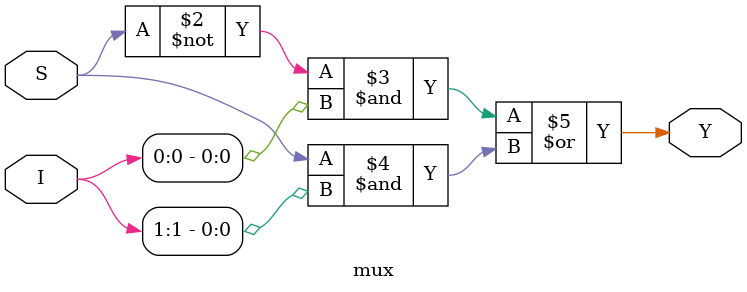
<source format=v>
module mux(input [1:0]I, input S, output reg Y);
  always @(I, S)begin
    Y = ((~S)  & I[0]) | (S & I[1]);
  end
endmodule

</source>
